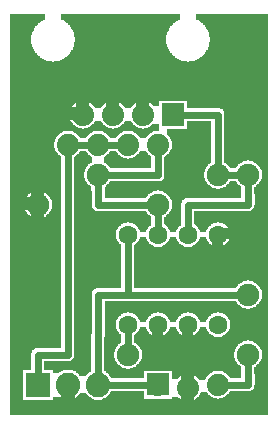
<source format=gbl>
G04 MADE WITH FRITZING*
G04 WWW.FRITZING.ORG*
G04 DOUBLE SIDED*
G04 HOLES PLATED*
G04 CONTOUR ON CENTER OF CONTOUR VECTOR*
%ASAXBY*%
%FSLAX23Y23*%
%MOIN*%
%OFA0B0*%
%SFA1.0B1.0*%
%ADD10C,0.075000*%
%ADD11C,0.074000*%
%ADD12C,0.063000*%
%ADD13C,0.082000*%
%ADD14R,0.082000X0.082000*%
%ADD15C,0.024000*%
%ADD16R,0.001000X0.001000*%
%LNCOPPER0*%
G90*
G70*
G54D10*
X652Y953D03*
X304Y609D03*
X320Y1316D03*
G54D11*
X233Y944D03*
X283Y1044D03*
X333Y944D03*
X433Y944D03*
X533Y944D03*
X383Y1044D03*
X483Y1044D03*
X583Y1044D03*
G54D12*
X433Y344D03*
X533Y344D03*
X633Y344D03*
X733Y344D03*
X733Y644D03*
X633Y644D03*
X533Y644D03*
X433Y644D03*
G54D13*
X133Y144D03*
X233Y144D03*
X333Y144D03*
G54D11*
X533Y144D03*
X633Y134D03*
X733Y144D03*
G54D10*
X133Y744D03*
X533Y744D03*
X333Y844D03*
X733Y844D03*
X833Y844D03*
X833Y444D03*
X433Y244D03*
X833Y244D03*
G54D14*
X133Y144D03*
G54D15*
X363Y944D02*
X402Y944D01*
D02*
X263Y944D02*
X302Y944D01*
D02*
X132Y244D02*
X233Y244D01*
D02*
X233Y244D02*
X233Y644D01*
D02*
X233Y644D02*
X233Y913D01*
D02*
X132Y176D02*
X132Y244D01*
D02*
X333Y444D02*
X333Y176D01*
D02*
X432Y444D02*
X333Y444D01*
D02*
X433Y617D02*
X432Y444D01*
D02*
X502Y144D02*
X365Y144D01*
D02*
X533Y671D02*
X533Y715D01*
D02*
X533Y843D02*
X533Y913D01*
D02*
X361Y844D02*
X533Y843D01*
D02*
X333Y744D02*
X333Y815D01*
D02*
X504Y744D02*
X333Y744D01*
D02*
X733Y1044D02*
X613Y1044D01*
D02*
X733Y872D02*
X733Y1044D01*
D02*
X804Y844D02*
X761Y844D01*
D02*
X632Y744D02*
X833Y744D01*
D02*
X833Y744D02*
X833Y815D01*
D02*
X632Y671D02*
X632Y744D01*
D02*
X333Y444D02*
X804Y444D01*
D02*
X333Y176D02*
X333Y444D01*
D02*
X433Y272D02*
X433Y317D01*
D02*
X833Y144D02*
X833Y215D01*
D02*
X764Y144D02*
X833Y144D01*
G36*
X630Y1022D02*
X630Y998D01*
X628Y998D01*
X628Y996D01*
X564Y996D01*
X564Y976D01*
X566Y976D01*
X566Y974D01*
X568Y974D01*
X568Y972D01*
X570Y972D01*
X570Y968D01*
X572Y968D01*
X572Y966D01*
X574Y966D01*
X574Y962D01*
X576Y962D01*
X576Y956D01*
X578Y956D01*
X578Y950D01*
X580Y950D01*
X580Y938D01*
X578Y938D01*
X578Y930D01*
X576Y930D01*
X576Y926D01*
X574Y926D01*
X574Y922D01*
X572Y922D01*
X572Y918D01*
X570Y918D01*
X570Y916D01*
X568Y916D01*
X568Y914D01*
X566Y914D01*
X566Y912D01*
X564Y912D01*
X564Y910D01*
X562Y910D01*
X562Y908D01*
X560Y908D01*
X560Y906D01*
X556Y906D01*
X556Y904D01*
X554Y904D01*
X554Y834D01*
X552Y834D01*
X552Y830D01*
X550Y830D01*
X550Y828D01*
X548Y828D01*
X548Y826D01*
X546Y826D01*
X546Y824D01*
X542Y824D01*
X542Y822D01*
X372Y822D01*
X372Y818D01*
X370Y818D01*
X370Y816D01*
X368Y816D01*
X368Y814D01*
X366Y814D01*
X366Y812D01*
X364Y812D01*
X364Y810D01*
X362Y810D01*
X362Y808D01*
X360Y808D01*
X360Y806D01*
X358Y806D01*
X358Y804D01*
X356Y804D01*
X356Y796D01*
X726Y796D01*
X726Y798D01*
X720Y798D01*
X720Y800D01*
X714Y800D01*
X714Y802D01*
X710Y802D01*
X710Y804D01*
X708Y804D01*
X708Y806D01*
X706Y806D01*
X706Y808D01*
X702Y808D01*
X702Y810D01*
X700Y810D01*
X700Y812D01*
X698Y812D01*
X698Y814D01*
X696Y814D01*
X696Y818D01*
X694Y818D01*
X694Y820D01*
X692Y820D01*
X692Y824D01*
X690Y824D01*
X690Y828D01*
X688Y828D01*
X688Y832D01*
X686Y832D01*
X686Y854D01*
X688Y854D01*
X688Y860D01*
X690Y860D01*
X690Y864D01*
X692Y864D01*
X692Y868D01*
X694Y868D01*
X694Y870D01*
X696Y870D01*
X696Y872D01*
X698Y872D01*
X698Y876D01*
X700Y876D01*
X700Y878D01*
X704Y878D01*
X704Y880D01*
X706Y880D01*
X706Y882D01*
X708Y882D01*
X708Y884D01*
X710Y884D01*
X710Y1022D01*
X630Y1022D01*
G37*
D02*
G36*
X772Y822D02*
X772Y818D01*
X770Y818D01*
X770Y816D01*
X768Y816D01*
X768Y814D01*
X766Y814D01*
X766Y812D01*
X764Y812D01*
X764Y810D01*
X762Y810D01*
X762Y808D01*
X760Y808D01*
X760Y806D01*
X758Y806D01*
X758Y804D01*
X754Y804D01*
X754Y802D01*
X750Y802D01*
X750Y800D01*
X746Y800D01*
X746Y798D01*
X740Y798D01*
X740Y796D01*
X810Y796D01*
X810Y804D01*
X808Y804D01*
X808Y806D01*
X806Y806D01*
X806Y808D01*
X802Y808D01*
X802Y810D01*
X800Y810D01*
X800Y812D01*
X798Y812D01*
X798Y814D01*
X796Y814D01*
X796Y818D01*
X794Y818D01*
X794Y820D01*
X792Y820D01*
X792Y822D01*
X772Y822D01*
G37*
D02*
G36*
X356Y796D02*
X356Y794D01*
X810Y794D01*
X810Y796D01*
X356Y796D01*
G37*
D02*
G36*
X356Y796D02*
X356Y794D01*
X810Y794D01*
X810Y796D01*
X356Y796D01*
G37*
D02*
G36*
X356Y794D02*
X356Y792D01*
X536Y792D01*
X536Y790D01*
X544Y790D01*
X544Y788D01*
X550Y788D01*
X550Y786D01*
X554Y786D01*
X554Y784D01*
X556Y784D01*
X556Y782D01*
X560Y782D01*
X560Y780D01*
X562Y780D01*
X562Y778D01*
X564Y778D01*
X564Y776D01*
X566Y776D01*
X566Y774D01*
X568Y774D01*
X568Y772D01*
X570Y772D01*
X570Y770D01*
X572Y770D01*
X572Y766D01*
X574Y766D01*
X574Y762D01*
X576Y762D01*
X576Y758D01*
X578Y758D01*
X578Y752D01*
X580Y752D01*
X580Y736D01*
X578Y736D01*
X578Y730D01*
X576Y730D01*
X576Y724D01*
X574Y724D01*
X574Y722D01*
X572Y722D01*
X572Y718D01*
X570Y718D01*
X570Y716D01*
X568Y716D01*
X568Y714D01*
X566Y714D01*
X566Y712D01*
X564Y712D01*
X564Y710D01*
X562Y710D01*
X562Y708D01*
X560Y708D01*
X560Y706D01*
X558Y706D01*
X558Y704D01*
X554Y704D01*
X554Y678D01*
X556Y678D01*
X556Y676D01*
X558Y676D01*
X558Y674D01*
X560Y674D01*
X560Y672D01*
X562Y672D01*
X562Y670D01*
X564Y670D01*
X564Y668D01*
X566Y668D01*
X566Y664D01*
X568Y664D01*
X568Y662D01*
X570Y662D01*
X570Y658D01*
X572Y658D01*
X572Y652D01*
X592Y652D01*
X592Y654D01*
X594Y654D01*
X594Y660D01*
X596Y660D01*
X596Y662D01*
X598Y662D01*
X598Y666D01*
X600Y666D01*
X600Y668D01*
X602Y668D01*
X602Y670D01*
X604Y670D01*
X604Y672D01*
X606Y672D01*
X606Y674D01*
X608Y674D01*
X608Y676D01*
X610Y676D01*
X610Y750D01*
X612Y750D01*
X612Y756D01*
X614Y756D01*
X614Y758D01*
X616Y758D01*
X616Y760D01*
X618Y760D01*
X618Y762D01*
X620Y762D01*
X620Y764D01*
X624Y764D01*
X624Y766D01*
X810Y766D01*
X810Y794D01*
X356Y794D01*
G37*
D02*
G36*
X356Y792D02*
X356Y766D01*
X492Y766D01*
X492Y768D01*
X494Y768D01*
X494Y770D01*
X496Y770D01*
X496Y772D01*
X498Y772D01*
X498Y776D01*
X500Y776D01*
X500Y778D01*
X504Y778D01*
X504Y780D01*
X506Y780D01*
X506Y782D01*
X508Y782D01*
X508Y784D01*
X512Y784D01*
X512Y786D01*
X516Y786D01*
X516Y788D01*
X520Y788D01*
X520Y790D01*
X528Y790D01*
X528Y792D01*
X356Y792D01*
G37*
D02*
G36*
X272Y922D02*
X272Y918D01*
X270Y918D01*
X270Y916D01*
X268Y916D01*
X268Y914D01*
X266Y914D01*
X266Y912D01*
X264Y912D01*
X264Y910D01*
X262Y910D01*
X262Y908D01*
X260Y908D01*
X260Y906D01*
X256Y906D01*
X256Y904D01*
X254Y904D01*
X254Y686D01*
X436Y686D01*
X436Y684D01*
X444Y684D01*
X444Y682D01*
X448Y682D01*
X448Y680D01*
X452Y680D01*
X452Y678D01*
X456Y678D01*
X456Y676D01*
X458Y676D01*
X458Y674D01*
X460Y674D01*
X460Y672D01*
X462Y672D01*
X462Y670D01*
X464Y670D01*
X464Y668D01*
X466Y668D01*
X466Y664D01*
X468Y664D01*
X468Y662D01*
X470Y662D01*
X470Y658D01*
X472Y658D01*
X472Y652D01*
X492Y652D01*
X492Y654D01*
X494Y654D01*
X494Y660D01*
X496Y660D01*
X496Y662D01*
X498Y662D01*
X498Y666D01*
X500Y666D01*
X500Y668D01*
X502Y668D01*
X502Y670D01*
X504Y670D01*
X504Y672D01*
X506Y672D01*
X506Y674D01*
X508Y674D01*
X508Y676D01*
X510Y676D01*
X510Y704D01*
X508Y704D01*
X508Y706D01*
X506Y706D01*
X506Y708D01*
X502Y708D01*
X502Y710D01*
X500Y710D01*
X500Y712D01*
X498Y712D01*
X498Y714D01*
X496Y714D01*
X496Y718D01*
X494Y718D01*
X494Y720D01*
X492Y720D01*
X492Y722D01*
X328Y722D01*
X328Y724D01*
X324Y724D01*
X324Y726D01*
X320Y726D01*
X320Y728D01*
X318Y728D01*
X318Y730D01*
X316Y730D01*
X316Y732D01*
X314Y732D01*
X314Y736D01*
X312Y736D01*
X312Y788D01*
X310Y788D01*
X310Y804D01*
X308Y804D01*
X308Y806D01*
X306Y806D01*
X306Y808D01*
X302Y808D01*
X302Y810D01*
X300Y810D01*
X300Y812D01*
X298Y812D01*
X298Y814D01*
X296Y814D01*
X296Y818D01*
X294Y818D01*
X294Y820D01*
X292Y820D01*
X292Y824D01*
X290Y824D01*
X290Y828D01*
X288Y828D01*
X288Y832D01*
X286Y832D01*
X286Y854D01*
X288Y854D01*
X288Y860D01*
X290Y860D01*
X290Y864D01*
X292Y864D01*
X292Y868D01*
X294Y868D01*
X294Y870D01*
X296Y870D01*
X296Y872D01*
X298Y872D01*
X298Y876D01*
X300Y876D01*
X300Y878D01*
X304Y878D01*
X304Y880D01*
X306Y880D01*
X306Y882D01*
X308Y882D01*
X308Y884D01*
X312Y884D01*
X312Y904D01*
X308Y904D01*
X308Y906D01*
X306Y906D01*
X306Y908D01*
X304Y908D01*
X304Y910D01*
X300Y910D01*
X300Y914D01*
X298Y914D01*
X298Y916D01*
X296Y916D01*
X296Y918D01*
X294Y918D01*
X294Y920D01*
X292Y920D01*
X292Y922D01*
X272Y922D01*
G37*
D02*
G36*
X254Y686D02*
X254Y236D01*
X252Y236D01*
X252Y232D01*
X250Y232D01*
X250Y230D01*
X248Y230D01*
X248Y228D01*
X246Y228D01*
X246Y226D01*
X242Y226D01*
X242Y224D01*
X238Y224D01*
X238Y222D01*
X154Y222D01*
X154Y194D01*
X244Y194D01*
X244Y192D01*
X250Y192D01*
X250Y190D01*
X254Y190D01*
X254Y188D01*
X258Y188D01*
X258Y186D01*
X260Y186D01*
X260Y184D01*
X262Y184D01*
X262Y182D01*
X266Y182D01*
X266Y180D01*
X268Y180D01*
X268Y178D01*
X270Y178D01*
X270Y174D01*
X272Y174D01*
X272Y172D01*
X292Y172D01*
X292Y174D01*
X294Y174D01*
X294Y176D01*
X296Y176D01*
X296Y178D01*
X298Y178D01*
X298Y180D01*
X300Y180D01*
X300Y182D01*
X302Y182D01*
X302Y184D01*
X304Y184D01*
X304Y186D01*
X308Y186D01*
X308Y188D01*
X310Y188D01*
X310Y314D01*
X312Y314D01*
X312Y452D01*
X314Y452D01*
X314Y456D01*
X316Y456D01*
X316Y458D01*
X318Y458D01*
X318Y460D01*
X320Y460D01*
X320Y462D01*
X322Y462D01*
X322Y464D01*
X326Y464D01*
X326Y466D01*
X410Y466D01*
X410Y612D01*
X406Y612D01*
X406Y614D01*
X404Y614D01*
X404Y616D01*
X402Y616D01*
X402Y620D01*
X400Y620D01*
X400Y622D01*
X398Y622D01*
X398Y624D01*
X396Y624D01*
X396Y628D01*
X394Y628D01*
X394Y634D01*
X392Y634D01*
X392Y654D01*
X394Y654D01*
X394Y660D01*
X396Y660D01*
X396Y662D01*
X398Y662D01*
X398Y666D01*
X400Y666D01*
X400Y668D01*
X402Y668D01*
X402Y670D01*
X404Y670D01*
X404Y672D01*
X406Y672D01*
X406Y674D01*
X408Y674D01*
X408Y676D01*
X410Y676D01*
X410Y678D01*
X412Y678D01*
X412Y680D01*
X416Y680D01*
X416Y682D01*
X422Y682D01*
X422Y684D01*
X428Y684D01*
X428Y686D01*
X254Y686D01*
G37*
D02*
G36*
X184Y194D02*
X184Y184D01*
X204Y184D01*
X204Y186D01*
X208Y186D01*
X208Y188D01*
X212Y188D01*
X212Y190D01*
X216Y190D01*
X216Y192D01*
X220Y192D01*
X220Y194D01*
X184Y194D01*
G37*
D02*
G36*
X372Y922D02*
X372Y918D01*
X370Y918D01*
X370Y916D01*
X368Y916D01*
X368Y914D01*
X366Y914D01*
X366Y912D01*
X364Y912D01*
X364Y910D01*
X362Y910D01*
X362Y908D01*
X360Y908D01*
X360Y906D01*
X356Y906D01*
X356Y904D01*
X354Y904D01*
X354Y896D01*
X430Y896D01*
X430Y898D01*
X420Y898D01*
X420Y900D01*
X416Y900D01*
X416Y902D01*
X412Y902D01*
X412Y904D01*
X408Y904D01*
X408Y906D01*
X406Y906D01*
X406Y908D01*
X404Y908D01*
X404Y910D01*
X400Y910D01*
X400Y914D01*
X398Y914D01*
X398Y916D01*
X396Y916D01*
X396Y918D01*
X394Y918D01*
X394Y920D01*
X392Y920D01*
X392Y922D01*
X372Y922D01*
G37*
D02*
G36*
X472Y922D02*
X472Y918D01*
X470Y918D01*
X470Y916D01*
X468Y916D01*
X468Y914D01*
X466Y914D01*
X466Y912D01*
X464Y912D01*
X464Y910D01*
X462Y910D01*
X462Y908D01*
X460Y908D01*
X460Y906D01*
X456Y906D01*
X456Y904D01*
X454Y904D01*
X454Y902D01*
X450Y902D01*
X450Y900D01*
X444Y900D01*
X444Y898D01*
X436Y898D01*
X436Y896D01*
X510Y896D01*
X510Y904D01*
X508Y904D01*
X508Y906D01*
X506Y906D01*
X506Y908D01*
X504Y908D01*
X504Y910D01*
X500Y910D01*
X500Y914D01*
X498Y914D01*
X498Y916D01*
X496Y916D01*
X496Y918D01*
X494Y918D01*
X494Y920D01*
X492Y920D01*
X492Y922D01*
X472Y922D01*
G37*
D02*
G36*
X354Y896D02*
X354Y894D01*
X510Y894D01*
X510Y896D01*
X354Y896D01*
G37*
D02*
G36*
X354Y896D02*
X354Y894D01*
X510Y894D01*
X510Y896D01*
X354Y896D01*
G37*
D02*
G36*
X354Y894D02*
X354Y884D01*
X356Y884D01*
X356Y882D01*
X360Y882D01*
X360Y880D01*
X362Y880D01*
X362Y878D01*
X364Y878D01*
X364Y876D01*
X366Y876D01*
X366Y874D01*
X368Y874D01*
X368Y872D01*
X370Y872D01*
X370Y870D01*
X372Y870D01*
X372Y866D01*
X510Y866D01*
X510Y894D01*
X354Y894D01*
G37*
D02*
G36*
X40Y1380D02*
X40Y1220D01*
X178Y1220D01*
X178Y1222D01*
X166Y1222D01*
X166Y1224D01*
X160Y1224D01*
X160Y1226D01*
X154Y1226D01*
X154Y1228D01*
X150Y1228D01*
X150Y1230D01*
X146Y1230D01*
X146Y1232D01*
X144Y1232D01*
X144Y1234D01*
X140Y1234D01*
X140Y1236D01*
X138Y1236D01*
X138Y1238D01*
X136Y1238D01*
X136Y1240D01*
X134Y1240D01*
X134Y1242D01*
X132Y1242D01*
X132Y1244D01*
X130Y1244D01*
X130Y1246D01*
X128Y1246D01*
X128Y1248D01*
X126Y1248D01*
X126Y1250D01*
X124Y1250D01*
X124Y1252D01*
X122Y1252D01*
X122Y1256D01*
X120Y1256D01*
X120Y1260D01*
X118Y1260D01*
X118Y1262D01*
X116Y1262D01*
X116Y1268D01*
X114Y1268D01*
X114Y1272D01*
X112Y1272D01*
X112Y1280D01*
X110Y1280D01*
X110Y1308D01*
X112Y1308D01*
X112Y1314D01*
X114Y1314D01*
X114Y1320D01*
X116Y1320D01*
X116Y1324D01*
X118Y1324D01*
X118Y1328D01*
X120Y1328D01*
X120Y1332D01*
X122Y1332D01*
X122Y1334D01*
X124Y1334D01*
X124Y1338D01*
X126Y1338D01*
X126Y1340D01*
X128Y1340D01*
X128Y1342D01*
X130Y1342D01*
X130Y1344D01*
X132Y1344D01*
X132Y1346D01*
X134Y1346D01*
X134Y1348D01*
X136Y1348D01*
X136Y1350D01*
X138Y1350D01*
X138Y1352D01*
X142Y1352D01*
X142Y1354D01*
X144Y1354D01*
X144Y1356D01*
X148Y1356D01*
X148Y1358D01*
X152Y1358D01*
X152Y1360D01*
X156Y1360D01*
X156Y1380D01*
X40Y1380D01*
G37*
D02*
G36*
X210Y1380D02*
X210Y1360D01*
X214Y1360D01*
X214Y1358D01*
X218Y1358D01*
X218Y1356D01*
X222Y1356D01*
X222Y1354D01*
X224Y1354D01*
X224Y1352D01*
X226Y1352D01*
X226Y1350D01*
X230Y1350D01*
X230Y1348D01*
X232Y1348D01*
X232Y1346D01*
X234Y1346D01*
X234Y1344D01*
X236Y1344D01*
X236Y1342D01*
X238Y1342D01*
X238Y1338D01*
X240Y1338D01*
X240Y1336D01*
X242Y1336D01*
X242Y1334D01*
X244Y1334D01*
X244Y1330D01*
X246Y1330D01*
X246Y1326D01*
X248Y1326D01*
X248Y1322D01*
X250Y1322D01*
X250Y1318D01*
X252Y1318D01*
X252Y1312D01*
X254Y1312D01*
X254Y1302D01*
X256Y1302D01*
X256Y1286D01*
X254Y1286D01*
X254Y1276D01*
X252Y1276D01*
X252Y1270D01*
X250Y1270D01*
X250Y1264D01*
X248Y1264D01*
X248Y1260D01*
X246Y1260D01*
X246Y1258D01*
X244Y1258D01*
X244Y1254D01*
X242Y1254D01*
X242Y1252D01*
X240Y1252D01*
X240Y1248D01*
X238Y1248D01*
X238Y1246D01*
X236Y1246D01*
X236Y1244D01*
X234Y1244D01*
X234Y1242D01*
X232Y1242D01*
X232Y1240D01*
X230Y1240D01*
X230Y1238D01*
X228Y1238D01*
X228Y1236D01*
X224Y1236D01*
X224Y1234D01*
X222Y1234D01*
X222Y1232D01*
X218Y1232D01*
X218Y1230D01*
X216Y1230D01*
X216Y1228D01*
X212Y1228D01*
X212Y1226D01*
X206Y1226D01*
X206Y1224D01*
X200Y1224D01*
X200Y1222D01*
X186Y1222D01*
X186Y1220D01*
X628Y1220D01*
X628Y1222D01*
X616Y1222D01*
X616Y1224D01*
X610Y1224D01*
X610Y1226D01*
X604Y1226D01*
X604Y1228D01*
X600Y1228D01*
X600Y1230D01*
X596Y1230D01*
X596Y1232D01*
X594Y1232D01*
X594Y1234D01*
X590Y1234D01*
X590Y1236D01*
X588Y1236D01*
X588Y1238D01*
X586Y1238D01*
X586Y1240D01*
X584Y1240D01*
X584Y1242D01*
X582Y1242D01*
X582Y1244D01*
X580Y1244D01*
X580Y1246D01*
X578Y1246D01*
X578Y1248D01*
X576Y1248D01*
X576Y1250D01*
X574Y1250D01*
X574Y1252D01*
X572Y1252D01*
X572Y1256D01*
X570Y1256D01*
X570Y1260D01*
X568Y1260D01*
X568Y1262D01*
X566Y1262D01*
X566Y1268D01*
X564Y1268D01*
X564Y1272D01*
X562Y1272D01*
X562Y1280D01*
X560Y1280D01*
X560Y1308D01*
X562Y1308D01*
X562Y1314D01*
X564Y1314D01*
X564Y1320D01*
X566Y1320D01*
X566Y1324D01*
X568Y1324D01*
X568Y1328D01*
X570Y1328D01*
X570Y1332D01*
X572Y1332D01*
X572Y1334D01*
X574Y1334D01*
X574Y1338D01*
X576Y1338D01*
X576Y1340D01*
X578Y1340D01*
X578Y1342D01*
X580Y1342D01*
X580Y1344D01*
X582Y1344D01*
X582Y1346D01*
X584Y1346D01*
X584Y1348D01*
X586Y1348D01*
X586Y1350D01*
X588Y1350D01*
X588Y1352D01*
X592Y1352D01*
X592Y1354D01*
X594Y1354D01*
X594Y1356D01*
X598Y1356D01*
X598Y1358D01*
X602Y1358D01*
X602Y1360D01*
X606Y1360D01*
X606Y1380D01*
X210Y1380D01*
G37*
D02*
G36*
X660Y1380D02*
X660Y1360D01*
X664Y1360D01*
X664Y1358D01*
X668Y1358D01*
X668Y1356D01*
X672Y1356D01*
X672Y1354D01*
X674Y1354D01*
X674Y1352D01*
X676Y1352D01*
X676Y1350D01*
X680Y1350D01*
X680Y1348D01*
X682Y1348D01*
X682Y1346D01*
X684Y1346D01*
X684Y1344D01*
X686Y1344D01*
X686Y1342D01*
X688Y1342D01*
X688Y1338D01*
X690Y1338D01*
X690Y1336D01*
X692Y1336D01*
X692Y1334D01*
X694Y1334D01*
X694Y1330D01*
X696Y1330D01*
X696Y1326D01*
X698Y1326D01*
X698Y1322D01*
X700Y1322D01*
X700Y1318D01*
X702Y1318D01*
X702Y1312D01*
X704Y1312D01*
X704Y1302D01*
X706Y1302D01*
X706Y1286D01*
X704Y1286D01*
X704Y1276D01*
X702Y1276D01*
X702Y1270D01*
X700Y1270D01*
X700Y1264D01*
X698Y1264D01*
X698Y1260D01*
X696Y1260D01*
X696Y1258D01*
X694Y1258D01*
X694Y1254D01*
X692Y1254D01*
X692Y1252D01*
X690Y1252D01*
X690Y1248D01*
X688Y1248D01*
X688Y1246D01*
X686Y1246D01*
X686Y1244D01*
X684Y1244D01*
X684Y1242D01*
X682Y1242D01*
X682Y1240D01*
X680Y1240D01*
X680Y1238D01*
X678Y1238D01*
X678Y1236D01*
X674Y1236D01*
X674Y1234D01*
X672Y1234D01*
X672Y1232D01*
X668Y1232D01*
X668Y1230D01*
X666Y1230D01*
X666Y1228D01*
X662Y1228D01*
X662Y1226D01*
X656Y1226D01*
X656Y1224D01*
X650Y1224D01*
X650Y1222D01*
X636Y1222D01*
X636Y1220D01*
X900Y1220D01*
X900Y1380D01*
X660Y1380D01*
G37*
D02*
G36*
X40Y1220D02*
X40Y1218D01*
X900Y1218D01*
X900Y1220D01*
X40Y1220D01*
G37*
D02*
G36*
X40Y1220D02*
X40Y1218D01*
X900Y1218D01*
X900Y1220D01*
X40Y1220D01*
G37*
D02*
G36*
X40Y1220D02*
X40Y1218D01*
X900Y1218D01*
X900Y1220D01*
X40Y1220D01*
G37*
D02*
G36*
X40Y1218D02*
X40Y1090D01*
X630Y1090D01*
X630Y1066D01*
X740Y1066D01*
X740Y1064D01*
X744Y1064D01*
X744Y1062D01*
X748Y1062D01*
X748Y1060D01*
X750Y1060D01*
X750Y1056D01*
X752Y1056D01*
X752Y1052D01*
X754Y1052D01*
X754Y892D01*
X836Y892D01*
X836Y890D01*
X844Y890D01*
X844Y888D01*
X850Y888D01*
X850Y886D01*
X854Y886D01*
X854Y884D01*
X856Y884D01*
X856Y882D01*
X860Y882D01*
X860Y880D01*
X862Y880D01*
X862Y878D01*
X864Y878D01*
X864Y876D01*
X866Y876D01*
X866Y874D01*
X868Y874D01*
X868Y872D01*
X870Y872D01*
X870Y870D01*
X872Y870D01*
X872Y866D01*
X874Y866D01*
X874Y862D01*
X876Y862D01*
X876Y858D01*
X878Y858D01*
X878Y852D01*
X880Y852D01*
X880Y836D01*
X878Y836D01*
X878Y830D01*
X876Y830D01*
X876Y824D01*
X874Y824D01*
X874Y822D01*
X872Y822D01*
X872Y818D01*
X870Y818D01*
X870Y816D01*
X868Y816D01*
X868Y814D01*
X866Y814D01*
X866Y812D01*
X864Y812D01*
X864Y810D01*
X862Y810D01*
X862Y808D01*
X860Y808D01*
X860Y806D01*
X858Y806D01*
X858Y804D01*
X854Y804D01*
X854Y780D01*
X856Y780D01*
X856Y742D01*
X854Y742D01*
X854Y734D01*
X852Y734D01*
X852Y732D01*
X850Y732D01*
X850Y730D01*
X848Y730D01*
X848Y728D01*
X846Y728D01*
X846Y726D01*
X844Y726D01*
X844Y724D01*
X838Y724D01*
X838Y722D01*
X654Y722D01*
X654Y686D01*
X736Y686D01*
X736Y684D01*
X744Y684D01*
X744Y682D01*
X748Y682D01*
X748Y680D01*
X752Y680D01*
X752Y678D01*
X756Y678D01*
X756Y676D01*
X758Y676D01*
X758Y674D01*
X760Y674D01*
X760Y672D01*
X762Y672D01*
X762Y670D01*
X764Y670D01*
X764Y668D01*
X766Y668D01*
X766Y664D01*
X768Y664D01*
X768Y662D01*
X770Y662D01*
X770Y658D01*
X772Y658D01*
X772Y652D01*
X774Y652D01*
X774Y636D01*
X772Y636D01*
X772Y630D01*
X770Y630D01*
X770Y626D01*
X768Y626D01*
X768Y622D01*
X766Y622D01*
X766Y620D01*
X764Y620D01*
X764Y618D01*
X762Y618D01*
X762Y616D01*
X760Y616D01*
X760Y614D01*
X758Y614D01*
X758Y612D01*
X756Y612D01*
X756Y610D01*
X754Y610D01*
X754Y608D01*
X750Y608D01*
X750Y606D01*
X746Y606D01*
X746Y604D01*
X740Y604D01*
X740Y602D01*
X900Y602D01*
X900Y1218D01*
X40Y1218D01*
G37*
D02*
G36*
X40Y1090D02*
X40Y996D01*
X280Y996D01*
X280Y998D01*
X270Y998D01*
X270Y1000D01*
X266Y1000D01*
X266Y1002D01*
X262Y1002D01*
X262Y1004D01*
X258Y1004D01*
X258Y1006D01*
X256Y1006D01*
X256Y1008D01*
X254Y1008D01*
X254Y1010D01*
X250Y1010D01*
X250Y1014D01*
X248Y1014D01*
X248Y1016D01*
X246Y1016D01*
X246Y1018D01*
X244Y1018D01*
X244Y1020D01*
X242Y1020D01*
X242Y1024D01*
X240Y1024D01*
X240Y1028D01*
X238Y1028D01*
X238Y1034D01*
X236Y1034D01*
X236Y1054D01*
X238Y1054D01*
X238Y1060D01*
X240Y1060D01*
X240Y1064D01*
X242Y1064D01*
X242Y1066D01*
X244Y1066D01*
X244Y1070D01*
X246Y1070D01*
X246Y1072D01*
X248Y1072D01*
X248Y1074D01*
X250Y1074D01*
X250Y1076D01*
X252Y1076D01*
X252Y1078D01*
X254Y1078D01*
X254Y1080D01*
X256Y1080D01*
X256Y1082D01*
X260Y1082D01*
X260Y1084D01*
X262Y1084D01*
X262Y1086D01*
X266Y1086D01*
X266Y1088D01*
X272Y1088D01*
X272Y1090D01*
X40Y1090D01*
G37*
D02*
G36*
X294Y1090D02*
X294Y1088D01*
X300Y1088D01*
X300Y1086D01*
X302Y1086D01*
X302Y1084D01*
X306Y1084D01*
X306Y1082D01*
X310Y1082D01*
X310Y1080D01*
X312Y1080D01*
X312Y1078D01*
X314Y1078D01*
X314Y1076D01*
X316Y1076D01*
X316Y1074D01*
X318Y1074D01*
X318Y1072D01*
X320Y1072D01*
X320Y1068D01*
X322Y1068D01*
X322Y1066D01*
X344Y1066D01*
X344Y1070D01*
X346Y1070D01*
X346Y1072D01*
X348Y1072D01*
X348Y1074D01*
X350Y1074D01*
X350Y1076D01*
X352Y1076D01*
X352Y1078D01*
X354Y1078D01*
X354Y1080D01*
X356Y1080D01*
X356Y1082D01*
X360Y1082D01*
X360Y1084D01*
X362Y1084D01*
X362Y1086D01*
X366Y1086D01*
X366Y1088D01*
X372Y1088D01*
X372Y1090D01*
X294Y1090D01*
G37*
D02*
G36*
X394Y1090D02*
X394Y1088D01*
X400Y1088D01*
X400Y1086D01*
X402Y1086D01*
X402Y1084D01*
X406Y1084D01*
X406Y1082D01*
X410Y1082D01*
X410Y1080D01*
X412Y1080D01*
X412Y1078D01*
X414Y1078D01*
X414Y1076D01*
X416Y1076D01*
X416Y1074D01*
X418Y1074D01*
X418Y1072D01*
X420Y1072D01*
X420Y1068D01*
X422Y1068D01*
X422Y1066D01*
X444Y1066D01*
X444Y1070D01*
X446Y1070D01*
X446Y1072D01*
X448Y1072D01*
X448Y1074D01*
X450Y1074D01*
X450Y1076D01*
X452Y1076D01*
X452Y1078D01*
X454Y1078D01*
X454Y1080D01*
X456Y1080D01*
X456Y1082D01*
X460Y1082D01*
X460Y1084D01*
X462Y1084D01*
X462Y1086D01*
X466Y1086D01*
X466Y1088D01*
X472Y1088D01*
X472Y1090D01*
X394Y1090D01*
G37*
D02*
G36*
X494Y1090D02*
X494Y1088D01*
X500Y1088D01*
X500Y1086D01*
X502Y1086D01*
X502Y1084D01*
X506Y1084D01*
X506Y1082D01*
X510Y1082D01*
X510Y1080D01*
X512Y1080D01*
X512Y1078D01*
X514Y1078D01*
X514Y1076D01*
X516Y1076D01*
X516Y1074D01*
X536Y1074D01*
X536Y1090D01*
X494Y1090D01*
G37*
D02*
G36*
X322Y1022D02*
X322Y1018D01*
X320Y1018D01*
X320Y1016D01*
X318Y1016D01*
X318Y1014D01*
X316Y1014D01*
X316Y1012D01*
X314Y1012D01*
X314Y1010D01*
X312Y1010D01*
X312Y1008D01*
X310Y1008D01*
X310Y1006D01*
X306Y1006D01*
X306Y1004D01*
X304Y1004D01*
X304Y1002D01*
X300Y1002D01*
X300Y1000D01*
X294Y1000D01*
X294Y998D01*
X286Y998D01*
X286Y996D01*
X380Y996D01*
X380Y998D01*
X370Y998D01*
X370Y1000D01*
X366Y1000D01*
X366Y1002D01*
X362Y1002D01*
X362Y1004D01*
X358Y1004D01*
X358Y1006D01*
X356Y1006D01*
X356Y1008D01*
X354Y1008D01*
X354Y1010D01*
X350Y1010D01*
X350Y1014D01*
X348Y1014D01*
X348Y1016D01*
X346Y1016D01*
X346Y1018D01*
X344Y1018D01*
X344Y1020D01*
X342Y1020D01*
X342Y1022D01*
X322Y1022D01*
G37*
D02*
G36*
X422Y1022D02*
X422Y1018D01*
X420Y1018D01*
X420Y1016D01*
X418Y1016D01*
X418Y1014D01*
X416Y1014D01*
X416Y1012D01*
X414Y1012D01*
X414Y1010D01*
X412Y1010D01*
X412Y1008D01*
X410Y1008D01*
X410Y1006D01*
X406Y1006D01*
X406Y1004D01*
X404Y1004D01*
X404Y1002D01*
X400Y1002D01*
X400Y1000D01*
X394Y1000D01*
X394Y998D01*
X386Y998D01*
X386Y996D01*
X480Y996D01*
X480Y998D01*
X470Y998D01*
X470Y1000D01*
X466Y1000D01*
X466Y1002D01*
X462Y1002D01*
X462Y1004D01*
X458Y1004D01*
X458Y1006D01*
X456Y1006D01*
X456Y1008D01*
X454Y1008D01*
X454Y1010D01*
X450Y1010D01*
X450Y1014D01*
X448Y1014D01*
X448Y1016D01*
X446Y1016D01*
X446Y1018D01*
X444Y1018D01*
X444Y1020D01*
X442Y1020D01*
X442Y1022D01*
X422Y1022D01*
G37*
D02*
G36*
X516Y1014D02*
X516Y1012D01*
X514Y1012D01*
X514Y1010D01*
X512Y1010D01*
X512Y1008D01*
X510Y1008D01*
X510Y1006D01*
X506Y1006D01*
X506Y1004D01*
X504Y1004D01*
X504Y1002D01*
X500Y1002D01*
X500Y1000D01*
X494Y1000D01*
X494Y998D01*
X486Y998D01*
X486Y996D01*
X536Y996D01*
X536Y1014D01*
X516Y1014D01*
G37*
D02*
G36*
X40Y996D02*
X40Y994D01*
X536Y994D01*
X536Y996D01*
X40Y996D01*
G37*
D02*
G36*
X40Y996D02*
X40Y994D01*
X536Y994D01*
X536Y996D01*
X40Y996D01*
G37*
D02*
G36*
X40Y996D02*
X40Y994D01*
X536Y994D01*
X536Y996D01*
X40Y996D01*
G37*
D02*
G36*
X40Y996D02*
X40Y994D01*
X536Y994D01*
X536Y996D01*
X40Y996D01*
G37*
D02*
G36*
X40Y994D02*
X40Y990D01*
X444Y990D01*
X444Y988D01*
X450Y988D01*
X450Y986D01*
X452Y986D01*
X452Y984D01*
X456Y984D01*
X456Y982D01*
X460Y982D01*
X460Y980D01*
X462Y980D01*
X462Y978D01*
X464Y978D01*
X464Y976D01*
X466Y976D01*
X466Y974D01*
X468Y974D01*
X468Y972D01*
X470Y972D01*
X470Y968D01*
X472Y968D01*
X472Y966D01*
X494Y966D01*
X494Y970D01*
X496Y970D01*
X496Y972D01*
X498Y972D01*
X498Y974D01*
X500Y974D01*
X500Y976D01*
X502Y976D01*
X502Y978D01*
X504Y978D01*
X504Y980D01*
X506Y980D01*
X506Y982D01*
X510Y982D01*
X510Y984D01*
X512Y984D01*
X512Y986D01*
X516Y986D01*
X516Y988D01*
X522Y988D01*
X522Y990D01*
X536Y990D01*
X536Y994D01*
X40Y994D01*
G37*
D02*
G36*
X40Y990D02*
X40Y792D01*
X136Y792D01*
X136Y790D01*
X144Y790D01*
X144Y788D01*
X150Y788D01*
X150Y786D01*
X154Y786D01*
X154Y784D01*
X156Y784D01*
X156Y782D01*
X160Y782D01*
X160Y780D01*
X162Y780D01*
X162Y778D01*
X164Y778D01*
X164Y776D01*
X166Y776D01*
X166Y774D01*
X168Y774D01*
X168Y772D01*
X170Y772D01*
X170Y770D01*
X172Y770D01*
X172Y766D01*
X174Y766D01*
X174Y762D01*
X176Y762D01*
X176Y758D01*
X178Y758D01*
X178Y752D01*
X180Y752D01*
X180Y736D01*
X178Y736D01*
X178Y730D01*
X176Y730D01*
X176Y724D01*
X174Y724D01*
X174Y722D01*
X172Y722D01*
X172Y718D01*
X170Y718D01*
X170Y716D01*
X168Y716D01*
X168Y714D01*
X166Y714D01*
X166Y712D01*
X164Y712D01*
X164Y710D01*
X162Y710D01*
X162Y708D01*
X160Y708D01*
X160Y706D01*
X158Y706D01*
X158Y704D01*
X154Y704D01*
X154Y702D01*
X150Y702D01*
X150Y700D01*
X146Y700D01*
X146Y698D01*
X140Y698D01*
X140Y696D01*
X210Y696D01*
X210Y904D01*
X208Y904D01*
X208Y906D01*
X206Y906D01*
X206Y908D01*
X204Y908D01*
X204Y910D01*
X200Y910D01*
X200Y914D01*
X198Y914D01*
X198Y916D01*
X196Y916D01*
X196Y918D01*
X194Y918D01*
X194Y920D01*
X192Y920D01*
X192Y924D01*
X190Y924D01*
X190Y928D01*
X188Y928D01*
X188Y934D01*
X186Y934D01*
X186Y954D01*
X188Y954D01*
X188Y960D01*
X190Y960D01*
X190Y964D01*
X192Y964D01*
X192Y966D01*
X194Y966D01*
X194Y970D01*
X196Y970D01*
X196Y972D01*
X198Y972D01*
X198Y974D01*
X200Y974D01*
X200Y976D01*
X202Y976D01*
X202Y978D01*
X204Y978D01*
X204Y980D01*
X206Y980D01*
X206Y982D01*
X210Y982D01*
X210Y984D01*
X212Y984D01*
X212Y986D01*
X216Y986D01*
X216Y988D01*
X222Y988D01*
X222Y990D01*
X40Y990D01*
G37*
D02*
G36*
X244Y990D02*
X244Y988D01*
X250Y988D01*
X250Y986D01*
X252Y986D01*
X252Y984D01*
X256Y984D01*
X256Y982D01*
X260Y982D01*
X260Y980D01*
X262Y980D01*
X262Y978D01*
X264Y978D01*
X264Y976D01*
X266Y976D01*
X266Y974D01*
X268Y974D01*
X268Y972D01*
X270Y972D01*
X270Y968D01*
X272Y968D01*
X272Y966D01*
X294Y966D01*
X294Y970D01*
X296Y970D01*
X296Y972D01*
X298Y972D01*
X298Y974D01*
X300Y974D01*
X300Y976D01*
X302Y976D01*
X302Y978D01*
X304Y978D01*
X304Y980D01*
X306Y980D01*
X306Y982D01*
X310Y982D01*
X310Y984D01*
X312Y984D01*
X312Y986D01*
X316Y986D01*
X316Y988D01*
X322Y988D01*
X322Y990D01*
X244Y990D01*
G37*
D02*
G36*
X344Y990D02*
X344Y988D01*
X350Y988D01*
X350Y986D01*
X352Y986D01*
X352Y984D01*
X356Y984D01*
X356Y982D01*
X360Y982D01*
X360Y980D01*
X362Y980D01*
X362Y978D01*
X364Y978D01*
X364Y976D01*
X366Y976D01*
X366Y974D01*
X368Y974D01*
X368Y972D01*
X370Y972D01*
X370Y968D01*
X372Y968D01*
X372Y966D01*
X394Y966D01*
X394Y970D01*
X396Y970D01*
X396Y972D01*
X398Y972D01*
X398Y974D01*
X400Y974D01*
X400Y976D01*
X402Y976D01*
X402Y978D01*
X404Y978D01*
X404Y980D01*
X406Y980D01*
X406Y982D01*
X410Y982D01*
X410Y984D01*
X412Y984D01*
X412Y986D01*
X416Y986D01*
X416Y988D01*
X422Y988D01*
X422Y990D01*
X344Y990D01*
G37*
D02*
G36*
X754Y892D02*
X754Y884D01*
X756Y884D01*
X756Y882D01*
X760Y882D01*
X760Y880D01*
X762Y880D01*
X762Y878D01*
X764Y878D01*
X764Y876D01*
X766Y876D01*
X766Y874D01*
X768Y874D01*
X768Y872D01*
X770Y872D01*
X770Y870D01*
X772Y870D01*
X772Y866D01*
X792Y866D01*
X792Y868D01*
X794Y868D01*
X794Y870D01*
X796Y870D01*
X796Y872D01*
X798Y872D01*
X798Y876D01*
X800Y876D01*
X800Y878D01*
X804Y878D01*
X804Y880D01*
X806Y880D01*
X806Y882D01*
X808Y882D01*
X808Y884D01*
X812Y884D01*
X812Y886D01*
X816Y886D01*
X816Y888D01*
X820Y888D01*
X820Y890D01*
X828Y890D01*
X828Y892D01*
X754Y892D01*
G37*
D02*
G36*
X40Y792D02*
X40Y696D01*
X126Y696D01*
X126Y698D01*
X120Y698D01*
X120Y700D01*
X114Y700D01*
X114Y702D01*
X110Y702D01*
X110Y704D01*
X108Y704D01*
X108Y706D01*
X106Y706D01*
X106Y708D01*
X102Y708D01*
X102Y710D01*
X100Y710D01*
X100Y712D01*
X98Y712D01*
X98Y714D01*
X96Y714D01*
X96Y718D01*
X94Y718D01*
X94Y720D01*
X92Y720D01*
X92Y724D01*
X90Y724D01*
X90Y728D01*
X88Y728D01*
X88Y732D01*
X86Y732D01*
X86Y754D01*
X88Y754D01*
X88Y760D01*
X90Y760D01*
X90Y764D01*
X92Y764D01*
X92Y768D01*
X94Y768D01*
X94Y770D01*
X96Y770D01*
X96Y772D01*
X98Y772D01*
X98Y776D01*
X100Y776D01*
X100Y778D01*
X104Y778D01*
X104Y780D01*
X106Y780D01*
X106Y782D01*
X108Y782D01*
X108Y784D01*
X112Y784D01*
X112Y786D01*
X116Y786D01*
X116Y788D01*
X120Y788D01*
X120Y790D01*
X128Y790D01*
X128Y792D01*
X40Y792D01*
G37*
D02*
G36*
X40Y696D02*
X40Y694D01*
X210Y694D01*
X210Y696D01*
X40Y696D01*
G37*
D02*
G36*
X40Y696D02*
X40Y694D01*
X210Y694D01*
X210Y696D01*
X40Y696D01*
G37*
D02*
G36*
X40Y694D02*
X40Y92D01*
X82Y92D01*
X82Y194D01*
X110Y194D01*
X110Y250D01*
X112Y250D01*
X112Y256D01*
X114Y256D01*
X114Y258D01*
X116Y258D01*
X116Y260D01*
X118Y260D01*
X118Y262D01*
X120Y262D01*
X120Y264D01*
X124Y264D01*
X124Y266D01*
X210Y266D01*
X210Y694D01*
X40Y694D01*
G37*
D02*
G36*
X654Y686D02*
X654Y678D01*
X656Y678D01*
X656Y676D01*
X658Y676D01*
X658Y674D01*
X660Y674D01*
X660Y672D01*
X662Y672D01*
X662Y670D01*
X664Y670D01*
X664Y668D01*
X666Y668D01*
X666Y664D01*
X668Y664D01*
X668Y662D01*
X670Y662D01*
X670Y658D01*
X672Y658D01*
X672Y652D01*
X692Y652D01*
X692Y654D01*
X694Y654D01*
X694Y660D01*
X696Y660D01*
X696Y662D01*
X698Y662D01*
X698Y666D01*
X700Y666D01*
X700Y668D01*
X702Y668D01*
X702Y670D01*
X704Y670D01*
X704Y672D01*
X706Y672D01*
X706Y674D01*
X708Y674D01*
X708Y676D01*
X710Y676D01*
X710Y678D01*
X712Y678D01*
X712Y680D01*
X716Y680D01*
X716Y682D01*
X722Y682D01*
X722Y684D01*
X728Y684D01*
X728Y686D01*
X654Y686D01*
G37*
D02*
G36*
X472Y636D02*
X472Y630D01*
X470Y630D01*
X470Y626D01*
X468Y626D01*
X468Y622D01*
X466Y622D01*
X466Y620D01*
X464Y620D01*
X464Y618D01*
X462Y618D01*
X462Y616D01*
X460Y616D01*
X460Y614D01*
X458Y614D01*
X458Y612D01*
X456Y612D01*
X456Y610D01*
X454Y610D01*
X454Y602D01*
X526Y602D01*
X526Y604D01*
X520Y604D01*
X520Y606D01*
X516Y606D01*
X516Y608D01*
X512Y608D01*
X512Y610D01*
X510Y610D01*
X510Y612D01*
X506Y612D01*
X506Y614D01*
X504Y614D01*
X504Y616D01*
X502Y616D01*
X502Y620D01*
X500Y620D01*
X500Y622D01*
X498Y622D01*
X498Y624D01*
X496Y624D01*
X496Y628D01*
X494Y628D01*
X494Y634D01*
X492Y634D01*
X492Y636D01*
X472Y636D01*
G37*
D02*
G36*
X572Y636D02*
X572Y630D01*
X570Y630D01*
X570Y626D01*
X568Y626D01*
X568Y622D01*
X566Y622D01*
X566Y620D01*
X564Y620D01*
X564Y618D01*
X562Y618D01*
X562Y616D01*
X560Y616D01*
X560Y614D01*
X558Y614D01*
X558Y612D01*
X556Y612D01*
X556Y610D01*
X554Y610D01*
X554Y608D01*
X550Y608D01*
X550Y606D01*
X546Y606D01*
X546Y604D01*
X540Y604D01*
X540Y602D01*
X626Y602D01*
X626Y604D01*
X620Y604D01*
X620Y606D01*
X616Y606D01*
X616Y608D01*
X612Y608D01*
X612Y610D01*
X610Y610D01*
X610Y612D01*
X606Y612D01*
X606Y614D01*
X604Y614D01*
X604Y616D01*
X602Y616D01*
X602Y620D01*
X600Y620D01*
X600Y622D01*
X598Y622D01*
X598Y624D01*
X596Y624D01*
X596Y628D01*
X594Y628D01*
X594Y634D01*
X592Y634D01*
X592Y636D01*
X572Y636D01*
G37*
D02*
G36*
X672Y636D02*
X672Y630D01*
X670Y630D01*
X670Y626D01*
X668Y626D01*
X668Y622D01*
X666Y622D01*
X666Y620D01*
X664Y620D01*
X664Y618D01*
X662Y618D01*
X662Y616D01*
X660Y616D01*
X660Y614D01*
X658Y614D01*
X658Y612D01*
X656Y612D01*
X656Y610D01*
X654Y610D01*
X654Y608D01*
X650Y608D01*
X650Y606D01*
X646Y606D01*
X646Y604D01*
X640Y604D01*
X640Y602D01*
X726Y602D01*
X726Y604D01*
X720Y604D01*
X720Y606D01*
X716Y606D01*
X716Y608D01*
X712Y608D01*
X712Y610D01*
X710Y610D01*
X710Y612D01*
X706Y612D01*
X706Y614D01*
X704Y614D01*
X704Y616D01*
X702Y616D01*
X702Y620D01*
X700Y620D01*
X700Y622D01*
X698Y622D01*
X698Y624D01*
X696Y624D01*
X696Y628D01*
X694Y628D01*
X694Y634D01*
X692Y634D01*
X692Y636D01*
X672Y636D01*
G37*
D02*
G36*
X454Y602D02*
X454Y600D01*
X900Y600D01*
X900Y602D01*
X454Y602D01*
G37*
D02*
G36*
X454Y602D02*
X454Y600D01*
X900Y600D01*
X900Y602D01*
X454Y602D01*
G37*
D02*
G36*
X454Y602D02*
X454Y600D01*
X900Y600D01*
X900Y602D01*
X454Y602D01*
G37*
D02*
G36*
X454Y602D02*
X454Y600D01*
X900Y600D01*
X900Y602D01*
X454Y602D01*
G37*
D02*
G36*
X454Y600D02*
X454Y492D01*
X836Y492D01*
X836Y490D01*
X844Y490D01*
X844Y488D01*
X850Y488D01*
X850Y486D01*
X854Y486D01*
X854Y484D01*
X856Y484D01*
X856Y482D01*
X860Y482D01*
X860Y480D01*
X862Y480D01*
X862Y478D01*
X864Y478D01*
X864Y476D01*
X866Y476D01*
X866Y474D01*
X868Y474D01*
X868Y472D01*
X870Y472D01*
X870Y470D01*
X872Y470D01*
X872Y466D01*
X874Y466D01*
X874Y462D01*
X876Y462D01*
X876Y458D01*
X878Y458D01*
X878Y452D01*
X880Y452D01*
X880Y436D01*
X878Y436D01*
X878Y430D01*
X876Y430D01*
X876Y424D01*
X874Y424D01*
X874Y422D01*
X872Y422D01*
X872Y418D01*
X870Y418D01*
X870Y416D01*
X868Y416D01*
X868Y414D01*
X866Y414D01*
X866Y412D01*
X864Y412D01*
X864Y410D01*
X862Y410D01*
X862Y408D01*
X860Y408D01*
X860Y406D01*
X858Y406D01*
X858Y404D01*
X854Y404D01*
X854Y402D01*
X850Y402D01*
X850Y400D01*
X846Y400D01*
X846Y398D01*
X840Y398D01*
X840Y396D01*
X900Y396D01*
X900Y600D01*
X454Y600D01*
G37*
D02*
G36*
X454Y492D02*
X454Y466D01*
X792Y466D01*
X792Y468D01*
X794Y468D01*
X794Y470D01*
X796Y470D01*
X796Y472D01*
X798Y472D01*
X798Y476D01*
X800Y476D01*
X800Y478D01*
X804Y478D01*
X804Y480D01*
X806Y480D01*
X806Y482D01*
X808Y482D01*
X808Y484D01*
X812Y484D01*
X812Y486D01*
X816Y486D01*
X816Y488D01*
X820Y488D01*
X820Y490D01*
X828Y490D01*
X828Y492D01*
X454Y492D01*
G37*
D02*
G36*
X356Y422D02*
X356Y396D01*
X826Y396D01*
X826Y398D01*
X820Y398D01*
X820Y400D01*
X814Y400D01*
X814Y402D01*
X810Y402D01*
X810Y404D01*
X808Y404D01*
X808Y406D01*
X806Y406D01*
X806Y408D01*
X802Y408D01*
X802Y410D01*
X800Y410D01*
X800Y412D01*
X798Y412D01*
X798Y414D01*
X796Y414D01*
X796Y418D01*
X794Y418D01*
X794Y420D01*
X792Y420D01*
X792Y422D01*
X356Y422D01*
G37*
D02*
G36*
X356Y396D02*
X356Y394D01*
X900Y394D01*
X900Y396D01*
X356Y396D01*
G37*
D02*
G36*
X356Y396D02*
X356Y394D01*
X900Y394D01*
X900Y396D01*
X356Y396D01*
G37*
D02*
G36*
X356Y394D02*
X356Y386D01*
X736Y386D01*
X736Y384D01*
X744Y384D01*
X744Y382D01*
X748Y382D01*
X748Y380D01*
X752Y380D01*
X752Y378D01*
X756Y378D01*
X756Y376D01*
X758Y376D01*
X758Y374D01*
X760Y374D01*
X760Y372D01*
X762Y372D01*
X762Y370D01*
X764Y370D01*
X764Y368D01*
X766Y368D01*
X766Y364D01*
X768Y364D01*
X768Y362D01*
X770Y362D01*
X770Y358D01*
X772Y358D01*
X772Y352D01*
X774Y352D01*
X774Y336D01*
X772Y336D01*
X772Y330D01*
X770Y330D01*
X770Y326D01*
X768Y326D01*
X768Y322D01*
X766Y322D01*
X766Y320D01*
X764Y320D01*
X764Y318D01*
X762Y318D01*
X762Y316D01*
X760Y316D01*
X760Y314D01*
X758Y314D01*
X758Y312D01*
X756Y312D01*
X756Y310D01*
X754Y310D01*
X754Y308D01*
X750Y308D01*
X750Y306D01*
X746Y306D01*
X746Y304D01*
X740Y304D01*
X740Y302D01*
X900Y302D01*
X900Y394D01*
X356Y394D01*
G37*
D02*
G36*
X356Y386D02*
X356Y302D01*
X354Y302D01*
X354Y196D01*
X426Y196D01*
X426Y198D01*
X420Y198D01*
X420Y200D01*
X414Y200D01*
X414Y202D01*
X410Y202D01*
X410Y204D01*
X408Y204D01*
X408Y206D01*
X406Y206D01*
X406Y208D01*
X402Y208D01*
X402Y210D01*
X400Y210D01*
X400Y212D01*
X398Y212D01*
X398Y214D01*
X396Y214D01*
X396Y218D01*
X394Y218D01*
X394Y220D01*
X392Y220D01*
X392Y224D01*
X390Y224D01*
X390Y228D01*
X388Y228D01*
X388Y232D01*
X386Y232D01*
X386Y254D01*
X388Y254D01*
X388Y260D01*
X390Y260D01*
X390Y264D01*
X392Y264D01*
X392Y268D01*
X394Y268D01*
X394Y270D01*
X396Y270D01*
X396Y272D01*
X398Y272D01*
X398Y276D01*
X400Y276D01*
X400Y278D01*
X404Y278D01*
X404Y280D01*
X406Y280D01*
X406Y282D01*
X408Y282D01*
X408Y284D01*
X410Y284D01*
X410Y312D01*
X406Y312D01*
X406Y314D01*
X404Y314D01*
X404Y316D01*
X402Y316D01*
X402Y320D01*
X400Y320D01*
X400Y322D01*
X398Y322D01*
X398Y324D01*
X396Y324D01*
X396Y328D01*
X394Y328D01*
X394Y334D01*
X392Y334D01*
X392Y354D01*
X394Y354D01*
X394Y360D01*
X396Y360D01*
X396Y362D01*
X398Y362D01*
X398Y366D01*
X400Y366D01*
X400Y368D01*
X402Y368D01*
X402Y370D01*
X404Y370D01*
X404Y372D01*
X406Y372D01*
X406Y374D01*
X408Y374D01*
X408Y376D01*
X410Y376D01*
X410Y378D01*
X412Y378D01*
X412Y380D01*
X416Y380D01*
X416Y382D01*
X422Y382D01*
X422Y384D01*
X428Y384D01*
X428Y386D01*
X356Y386D01*
G37*
D02*
G36*
X436Y386D02*
X436Y384D01*
X444Y384D01*
X444Y382D01*
X448Y382D01*
X448Y380D01*
X452Y380D01*
X452Y378D01*
X456Y378D01*
X456Y376D01*
X458Y376D01*
X458Y374D01*
X460Y374D01*
X460Y372D01*
X462Y372D01*
X462Y370D01*
X464Y370D01*
X464Y368D01*
X466Y368D01*
X466Y364D01*
X468Y364D01*
X468Y362D01*
X470Y362D01*
X470Y358D01*
X472Y358D01*
X472Y352D01*
X492Y352D01*
X492Y354D01*
X494Y354D01*
X494Y360D01*
X496Y360D01*
X496Y362D01*
X498Y362D01*
X498Y366D01*
X500Y366D01*
X500Y368D01*
X502Y368D01*
X502Y370D01*
X504Y370D01*
X504Y372D01*
X506Y372D01*
X506Y374D01*
X508Y374D01*
X508Y376D01*
X510Y376D01*
X510Y378D01*
X512Y378D01*
X512Y380D01*
X516Y380D01*
X516Y382D01*
X522Y382D01*
X522Y384D01*
X528Y384D01*
X528Y386D01*
X436Y386D01*
G37*
D02*
G36*
X536Y386D02*
X536Y384D01*
X544Y384D01*
X544Y382D01*
X548Y382D01*
X548Y380D01*
X552Y380D01*
X552Y378D01*
X556Y378D01*
X556Y376D01*
X558Y376D01*
X558Y374D01*
X560Y374D01*
X560Y372D01*
X562Y372D01*
X562Y370D01*
X564Y370D01*
X564Y368D01*
X566Y368D01*
X566Y364D01*
X568Y364D01*
X568Y362D01*
X570Y362D01*
X570Y358D01*
X572Y358D01*
X572Y352D01*
X592Y352D01*
X592Y354D01*
X594Y354D01*
X594Y360D01*
X596Y360D01*
X596Y362D01*
X598Y362D01*
X598Y366D01*
X600Y366D01*
X600Y368D01*
X602Y368D01*
X602Y370D01*
X604Y370D01*
X604Y372D01*
X606Y372D01*
X606Y374D01*
X608Y374D01*
X608Y376D01*
X610Y376D01*
X610Y378D01*
X612Y378D01*
X612Y380D01*
X616Y380D01*
X616Y382D01*
X622Y382D01*
X622Y384D01*
X628Y384D01*
X628Y386D01*
X536Y386D01*
G37*
D02*
G36*
X636Y386D02*
X636Y384D01*
X644Y384D01*
X644Y382D01*
X648Y382D01*
X648Y380D01*
X652Y380D01*
X652Y378D01*
X656Y378D01*
X656Y376D01*
X658Y376D01*
X658Y374D01*
X660Y374D01*
X660Y372D01*
X662Y372D01*
X662Y370D01*
X664Y370D01*
X664Y368D01*
X666Y368D01*
X666Y364D01*
X668Y364D01*
X668Y362D01*
X670Y362D01*
X670Y358D01*
X672Y358D01*
X672Y352D01*
X692Y352D01*
X692Y354D01*
X694Y354D01*
X694Y360D01*
X696Y360D01*
X696Y362D01*
X698Y362D01*
X698Y366D01*
X700Y366D01*
X700Y368D01*
X702Y368D01*
X702Y370D01*
X704Y370D01*
X704Y372D01*
X706Y372D01*
X706Y374D01*
X708Y374D01*
X708Y376D01*
X710Y376D01*
X710Y378D01*
X712Y378D01*
X712Y380D01*
X716Y380D01*
X716Y382D01*
X722Y382D01*
X722Y384D01*
X728Y384D01*
X728Y386D01*
X636Y386D01*
G37*
D02*
G36*
X472Y336D02*
X472Y330D01*
X470Y330D01*
X470Y326D01*
X468Y326D01*
X468Y322D01*
X466Y322D01*
X466Y320D01*
X464Y320D01*
X464Y318D01*
X462Y318D01*
X462Y316D01*
X460Y316D01*
X460Y314D01*
X458Y314D01*
X458Y312D01*
X456Y312D01*
X456Y310D01*
X454Y310D01*
X454Y302D01*
X526Y302D01*
X526Y304D01*
X520Y304D01*
X520Y306D01*
X516Y306D01*
X516Y308D01*
X512Y308D01*
X512Y310D01*
X510Y310D01*
X510Y312D01*
X506Y312D01*
X506Y314D01*
X504Y314D01*
X504Y316D01*
X502Y316D01*
X502Y320D01*
X500Y320D01*
X500Y322D01*
X498Y322D01*
X498Y324D01*
X496Y324D01*
X496Y328D01*
X494Y328D01*
X494Y334D01*
X492Y334D01*
X492Y336D01*
X472Y336D01*
G37*
D02*
G36*
X572Y336D02*
X572Y330D01*
X570Y330D01*
X570Y326D01*
X568Y326D01*
X568Y322D01*
X566Y322D01*
X566Y320D01*
X564Y320D01*
X564Y318D01*
X562Y318D01*
X562Y316D01*
X560Y316D01*
X560Y314D01*
X558Y314D01*
X558Y312D01*
X556Y312D01*
X556Y310D01*
X554Y310D01*
X554Y308D01*
X550Y308D01*
X550Y306D01*
X546Y306D01*
X546Y304D01*
X540Y304D01*
X540Y302D01*
X626Y302D01*
X626Y304D01*
X620Y304D01*
X620Y306D01*
X616Y306D01*
X616Y308D01*
X612Y308D01*
X612Y310D01*
X610Y310D01*
X610Y312D01*
X606Y312D01*
X606Y314D01*
X604Y314D01*
X604Y316D01*
X602Y316D01*
X602Y320D01*
X600Y320D01*
X600Y322D01*
X598Y322D01*
X598Y324D01*
X596Y324D01*
X596Y328D01*
X594Y328D01*
X594Y334D01*
X592Y334D01*
X592Y336D01*
X572Y336D01*
G37*
D02*
G36*
X672Y336D02*
X672Y330D01*
X670Y330D01*
X670Y326D01*
X668Y326D01*
X668Y322D01*
X666Y322D01*
X666Y320D01*
X664Y320D01*
X664Y318D01*
X662Y318D01*
X662Y316D01*
X660Y316D01*
X660Y314D01*
X658Y314D01*
X658Y312D01*
X656Y312D01*
X656Y310D01*
X654Y310D01*
X654Y308D01*
X650Y308D01*
X650Y306D01*
X646Y306D01*
X646Y304D01*
X640Y304D01*
X640Y302D01*
X726Y302D01*
X726Y304D01*
X720Y304D01*
X720Y306D01*
X716Y306D01*
X716Y308D01*
X712Y308D01*
X712Y310D01*
X710Y310D01*
X710Y312D01*
X706Y312D01*
X706Y314D01*
X704Y314D01*
X704Y316D01*
X702Y316D01*
X702Y320D01*
X700Y320D01*
X700Y322D01*
X698Y322D01*
X698Y324D01*
X696Y324D01*
X696Y328D01*
X694Y328D01*
X694Y334D01*
X692Y334D01*
X692Y336D01*
X672Y336D01*
G37*
D02*
G36*
X454Y302D02*
X454Y300D01*
X900Y300D01*
X900Y302D01*
X454Y302D01*
G37*
D02*
G36*
X454Y302D02*
X454Y300D01*
X900Y300D01*
X900Y302D01*
X454Y302D01*
G37*
D02*
G36*
X454Y302D02*
X454Y300D01*
X900Y300D01*
X900Y302D01*
X454Y302D01*
G37*
D02*
G36*
X454Y302D02*
X454Y300D01*
X900Y300D01*
X900Y302D01*
X454Y302D01*
G37*
D02*
G36*
X454Y300D02*
X454Y292D01*
X836Y292D01*
X836Y290D01*
X844Y290D01*
X844Y288D01*
X850Y288D01*
X850Y286D01*
X854Y286D01*
X854Y284D01*
X856Y284D01*
X856Y282D01*
X860Y282D01*
X860Y280D01*
X862Y280D01*
X862Y278D01*
X864Y278D01*
X864Y276D01*
X866Y276D01*
X866Y274D01*
X868Y274D01*
X868Y272D01*
X870Y272D01*
X870Y270D01*
X872Y270D01*
X872Y266D01*
X874Y266D01*
X874Y262D01*
X876Y262D01*
X876Y258D01*
X878Y258D01*
X878Y252D01*
X880Y252D01*
X880Y236D01*
X878Y236D01*
X878Y230D01*
X876Y230D01*
X876Y224D01*
X874Y224D01*
X874Y222D01*
X872Y222D01*
X872Y218D01*
X870Y218D01*
X870Y216D01*
X868Y216D01*
X868Y214D01*
X866Y214D01*
X866Y212D01*
X864Y212D01*
X864Y210D01*
X862Y210D01*
X862Y208D01*
X860Y208D01*
X860Y206D01*
X858Y206D01*
X858Y204D01*
X854Y204D01*
X854Y180D01*
X856Y180D01*
X856Y142D01*
X854Y142D01*
X854Y134D01*
X852Y134D01*
X852Y130D01*
X850Y130D01*
X850Y128D01*
X848Y128D01*
X848Y126D01*
X844Y126D01*
X844Y124D01*
X840Y124D01*
X840Y122D01*
X772Y122D01*
X772Y118D01*
X770Y118D01*
X770Y116D01*
X768Y116D01*
X768Y114D01*
X766Y114D01*
X766Y112D01*
X764Y112D01*
X764Y110D01*
X762Y110D01*
X762Y108D01*
X760Y108D01*
X760Y106D01*
X756Y106D01*
X756Y104D01*
X754Y104D01*
X754Y102D01*
X750Y102D01*
X750Y100D01*
X744Y100D01*
X744Y98D01*
X736Y98D01*
X736Y96D01*
X900Y96D01*
X900Y300D01*
X454Y300D01*
G37*
D02*
G36*
X454Y292D02*
X454Y284D01*
X456Y284D01*
X456Y282D01*
X460Y282D01*
X460Y280D01*
X462Y280D01*
X462Y278D01*
X464Y278D01*
X464Y276D01*
X466Y276D01*
X466Y274D01*
X468Y274D01*
X468Y272D01*
X470Y272D01*
X470Y270D01*
X472Y270D01*
X472Y266D01*
X474Y266D01*
X474Y262D01*
X476Y262D01*
X476Y258D01*
X478Y258D01*
X478Y252D01*
X480Y252D01*
X480Y236D01*
X478Y236D01*
X478Y230D01*
X476Y230D01*
X476Y224D01*
X474Y224D01*
X474Y222D01*
X472Y222D01*
X472Y218D01*
X470Y218D01*
X470Y216D01*
X468Y216D01*
X468Y214D01*
X466Y214D01*
X466Y212D01*
X464Y212D01*
X464Y210D01*
X462Y210D01*
X462Y208D01*
X460Y208D01*
X460Y206D01*
X458Y206D01*
X458Y204D01*
X454Y204D01*
X454Y202D01*
X450Y202D01*
X450Y200D01*
X446Y200D01*
X446Y198D01*
X440Y198D01*
X440Y196D01*
X810Y196D01*
X810Y204D01*
X808Y204D01*
X808Y206D01*
X806Y206D01*
X806Y208D01*
X802Y208D01*
X802Y210D01*
X800Y210D01*
X800Y212D01*
X798Y212D01*
X798Y214D01*
X796Y214D01*
X796Y218D01*
X794Y218D01*
X794Y220D01*
X792Y220D01*
X792Y224D01*
X790Y224D01*
X790Y228D01*
X788Y228D01*
X788Y232D01*
X786Y232D01*
X786Y254D01*
X788Y254D01*
X788Y260D01*
X790Y260D01*
X790Y264D01*
X792Y264D01*
X792Y268D01*
X794Y268D01*
X794Y270D01*
X796Y270D01*
X796Y272D01*
X798Y272D01*
X798Y276D01*
X800Y276D01*
X800Y278D01*
X804Y278D01*
X804Y280D01*
X806Y280D01*
X806Y282D01*
X808Y282D01*
X808Y284D01*
X812Y284D01*
X812Y286D01*
X816Y286D01*
X816Y288D01*
X820Y288D01*
X820Y290D01*
X828Y290D01*
X828Y292D01*
X454Y292D01*
G37*
D02*
G36*
X354Y196D02*
X354Y194D01*
X810Y194D01*
X810Y196D01*
X354Y196D01*
G37*
D02*
G36*
X354Y196D02*
X354Y194D01*
X810Y194D01*
X810Y196D01*
X354Y196D01*
G37*
D02*
G36*
X354Y194D02*
X354Y190D01*
X744Y190D01*
X744Y188D01*
X750Y188D01*
X750Y186D01*
X752Y186D01*
X752Y184D01*
X756Y184D01*
X756Y182D01*
X760Y182D01*
X760Y180D01*
X762Y180D01*
X762Y178D01*
X764Y178D01*
X764Y176D01*
X766Y176D01*
X766Y174D01*
X768Y174D01*
X768Y172D01*
X770Y172D01*
X770Y168D01*
X772Y168D01*
X772Y166D01*
X810Y166D01*
X810Y194D01*
X354Y194D01*
G37*
D02*
G36*
X354Y190D02*
X354Y188D01*
X358Y188D01*
X358Y186D01*
X360Y186D01*
X360Y184D01*
X362Y184D01*
X362Y182D01*
X366Y182D01*
X366Y180D01*
X368Y180D01*
X368Y178D01*
X370Y178D01*
X370Y174D01*
X372Y174D01*
X372Y172D01*
X374Y172D01*
X374Y170D01*
X376Y170D01*
X376Y166D01*
X486Y166D01*
X486Y190D01*
X354Y190D01*
G37*
D02*
G36*
X580Y190D02*
X580Y180D01*
X644Y180D01*
X644Y178D01*
X650Y178D01*
X650Y176D01*
X652Y176D01*
X652Y174D01*
X656Y174D01*
X656Y172D01*
X660Y172D01*
X660Y170D01*
X662Y170D01*
X662Y168D01*
X664Y168D01*
X664Y166D01*
X666Y166D01*
X666Y164D01*
X668Y164D01*
X668Y162D01*
X670Y162D01*
X670Y160D01*
X690Y160D01*
X690Y164D01*
X692Y164D01*
X692Y166D01*
X694Y166D01*
X694Y170D01*
X696Y170D01*
X696Y172D01*
X698Y172D01*
X698Y174D01*
X700Y174D01*
X700Y176D01*
X702Y176D01*
X702Y178D01*
X704Y178D01*
X704Y180D01*
X706Y180D01*
X706Y182D01*
X708Y182D01*
X708Y184D01*
X712Y184D01*
X712Y186D01*
X716Y186D01*
X716Y188D01*
X722Y188D01*
X722Y190D01*
X580Y190D01*
G37*
D02*
G36*
X580Y180D02*
X580Y164D01*
X600Y164D01*
X600Y166D01*
X602Y166D01*
X602Y168D01*
X604Y168D01*
X604Y170D01*
X606Y170D01*
X606Y172D01*
X608Y172D01*
X608Y174D01*
X612Y174D01*
X612Y176D01*
X616Y176D01*
X616Y178D01*
X622Y178D01*
X622Y180D01*
X580Y180D01*
G37*
D02*
G36*
X376Y122D02*
X376Y118D01*
X374Y118D01*
X374Y116D01*
X372Y116D01*
X372Y112D01*
X370Y112D01*
X370Y110D01*
X368Y110D01*
X368Y108D01*
X366Y108D01*
X366Y106D01*
X364Y106D01*
X364Y104D01*
X360Y104D01*
X360Y102D01*
X358Y102D01*
X358Y100D01*
X354Y100D01*
X354Y98D01*
X350Y98D01*
X350Y96D01*
X486Y96D01*
X486Y122D01*
X376Y122D01*
G37*
D02*
G36*
X676Y118D02*
X676Y116D01*
X674Y116D01*
X674Y112D01*
X672Y112D01*
X672Y108D01*
X670Y108D01*
X670Y106D01*
X668Y106D01*
X668Y104D01*
X666Y104D01*
X666Y102D01*
X664Y102D01*
X664Y100D01*
X662Y100D01*
X662Y98D01*
X660Y98D01*
X660Y96D01*
X730Y96D01*
X730Y98D01*
X720Y98D01*
X720Y100D01*
X716Y100D01*
X716Y102D01*
X712Y102D01*
X712Y104D01*
X708Y104D01*
X708Y106D01*
X706Y106D01*
X706Y108D01*
X704Y108D01*
X704Y110D01*
X700Y110D01*
X700Y114D01*
X698Y114D01*
X698Y116D01*
X696Y116D01*
X696Y118D01*
X676Y118D01*
G37*
D02*
G36*
X272Y116D02*
X272Y112D01*
X270Y112D01*
X270Y110D01*
X268Y110D01*
X268Y108D01*
X266Y108D01*
X266Y106D01*
X264Y106D01*
X264Y104D01*
X260Y104D01*
X260Y102D01*
X258Y102D01*
X258Y100D01*
X254Y100D01*
X254Y98D01*
X250Y98D01*
X250Y96D01*
X246Y96D01*
X246Y94D01*
X236Y94D01*
X236Y92D01*
X328Y92D01*
X328Y94D01*
X320Y94D01*
X320Y96D01*
X314Y96D01*
X314Y98D01*
X310Y98D01*
X310Y100D01*
X308Y100D01*
X308Y102D01*
X304Y102D01*
X304Y104D01*
X302Y104D01*
X302Y106D01*
X300Y106D01*
X300Y108D01*
X298Y108D01*
X298Y110D01*
X296Y110D01*
X296Y112D01*
X294Y112D01*
X294Y114D01*
X292Y114D01*
X292Y116D01*
X272Y116D01*
G37*
D02*
G36*
X184Y104D02*
X184Y94D01*
X182Y94D01*
X182Y92D01*
X228Y92D01*
X228Y94D01*
X220Y94D01*
X220Y96D01*
X214Y96D01*
X214Y98D01*
X210Y98D01*
X210Y100D01*
X208Y100D01*
X208Y102D01*
X204Y102D01*
X204Y104D01*
X184Y104D01*
G37*
D02*
G36*
X580Y104D02*
X580Y98D01*
X578Y98D01*
X578Y96D01*
X606Y96D01*
X606Y98D01*
X604Y98D01*
X604Y100D01*
X600Y100D01*
X600Y104D01*
X580Y104D01*
G37*
D02*
G36*
X346Y96D02*
X346Y94D01*
X608Y94D01*
X608Y96D01*
X346Y96D01*
G37*
D02*
G36*
X346Y96D02*
X346Y94D01*
X608Y94D01*
X608Y96D01*
X346Y96D01*
G37*
D02*
G36*
X656Y96D02*
X656Y94D01*
X900Y94D01*
X900Y96D01*
X656Y96D01*
G37*
D02*
G36*
X656Y96D02*
X656Y94D01*
X900Y94D01*
X900Y96D01*
X656Y96D01*
G37*
D02*
G36*
X336Y94D02*
X336Y92D01*
X612Y92D01*
X612Y94D01*
X336Y94D01*
G37*
D02*
G36*
X654Y94D02*
X654Y92D01*
X650Y92D01*
X650Y90D01*
X644Y90D01*
X644Y88D01*
X636Y88D01*
X636Y86D01*
X900Y86D01*
X900Y94D01*
X654Y94D01*
G37*
D02*
G36*
X40Y92D02*
X40Y90D01*
X616Y90D01*
X616Y92D01*
X40Y92D01*
G37*
D02*
G36*
X40Y92D02*
X40Y90D01*
X616Y90D01*
X616Y92D01*
X40Y92D01*
G37*
D02*
G36*
X40Y92D02*
X40Y90D01*
X616Y90D01*
X616Y92D01*
X40Y92D01*
G37*
D02*
G36*
X40Y92D02*
X40Y90D01*
X616Y90D01*
X616Y92D01*
X40Y92D01*
G37*
D02*
G36*
X40Y90D02*
X40Y86D01*
X630Y86D01*
X630Y88D01*
X620Y88D01*
X620Y90D01*
X40Y90D01*
G37*
D02*
G36*
X40Y86D02*
X40Y84D01*
X900Y84D01*
X900Y86D01*
X40Y86D01*
G37*
D02*
G36*
X40Y86D02*
X40Y84D01*
X900Y84D01*
X900Y86D01*
X40Y86D01*
G37*
D02*
G36*
X40Y84D02*
X40Y42D01*
X900Y42D01*
X900Y84D01*
X40Y84D01*
G37*
D02*
G36*
X110Y796D02*
X153Y796D01*
X153Y764D01*
X110Y764D01*
X110Y796D01*
G37*
D02*
G36*
X110Y730D02*
X153Y730D01*
X153Y696D01*
X110Y696D01*
X110Y730D01*
G37*
D02*
G36*
X82Y768D02*
X114Y768D01*
X114Y725D01*
X82Y725D01*
X82Y768D01*
G37*
D02*
G36*
X610Y184D02*
X653Y184D01*
X653Y156D01*
X610Y156D01*
X610Y184D01*
G37*
D02*
G36*
X610Y118D02*
X653Y118D01*
X653Y86D01*
X610Y86D01*
X610Y118D01*
G37*
D02*
G36*
X208Y126D02*
X255Y126D01*
X255Y92D01*
X208Y92D01*
X208Y126D01*
G37*
D02*
G36*
X513Y332D02*
X550Y332D01*
X550Y302D01*
X513Y302D01*
X513Y332D01*
G37*
D02*
G36*
X713Y632D02*
X750Y632D01*
X750Y602D01*
X713Y602D01*
X713Y632D01*
G37*
D02*
G36*
X746Y665D02*
X774Y665D01*
X774Y628D01*
X746Y628D01*
X746Y665D01*
G37*
D02*
G36*
X613Y332D02*
X650Y332D01*
X650Y302D01*
X613Y302D01*
X613Y332D01*
G37*
D02*
G36*
X260Y1094D02*
X303Y1094D01*
X303Y1066D01*
X260Y1066D01*
X260Y1094D01*
G37*
D02*
G36*
X232Y1068D02*
X262Y1068D01*
X262Y1025D01*
X232Y1025D01*
X232Y1068D01*
G37*
D02*
G36*
X360Y1094D02*
X403Y1094D01*
X403Y1066D01*
X360Y1066D01*
X360Y1094D01*
G37*
D02*
G36*
X460Y1094D02*
X503Y1094D01*
X503Y1066D01*
X460Y1066D01*
X460Y1094D01*
G37*
D02*
G54D16*
X545Y1081D02*
X618Y1081D01*
X545Y1080D02*
X618Y1080D01*
X545Y1079D02*
X618Y1079D01*
X545Y1078D02*
X618Y1078D01*
X545Y1077D02*
X618Y1077D01*
X545Y1076D02*
X618Y1076D01*
X545Y1075D02*
X618Y1075D01*
X545Y1074D02*
X618Y1074D01*
X545Y1073D02*
X618Y1073D01*
X545Y1072D02*
X618Y1072D01*
X545Y1071D02*
X618Y1071D01*
X545Y1070D02*
X618Y1070D01*
X545Y1069D02*
X618Y1069D01*
X545Y1068D02*
X618Y1068D01*
X545Y1067D02*
X618Y1067D01*
X545Y1066D02*
X618Y1066D01*
X545Y1065D02*
X618Y1065D01*
X545Y1064D02*
X579Y1064D01*
X584Y1064D02*
X618Y1064D01*
X545Y1063D02*
X575Y1063D01*
X589Y1063D02*
X618Y1063D01*
X545Y1062D02*
X572Y1062D01*
X591Y1062D02*
X618Y1062D01*
X545Y1061D02*
X571Y1061D01*
X593Y1061D02*
X618Y1061D01*
X545Y1060D02*
X569Y1060D01*
X594Y1060D02*
X618Y1060D01*
X545Y1059D02*
X568Y1059D01*
X595Y1059D02*
X618Y1059D01*
X545Y1058D02*
X567Y1058D01*
X596Y1058D02*
X618Y1058D01*
X545Y1057D02*
X566Y1057D01*
X597Y1057D02*
X618Y1057D01*
X545Y1056D02*
X565Y1056D01*
X598Y1056D02*
X618Y1056D01*
X545Y1055D02*
X565Y1055D01*
X599Y1055D02*
X618Y1055D01*
X545Y1054D02*
X564Y1054D01*
X599Y1054D02*
X618Y1054D01*
X545Y1053D02*
X564Y1053D01*
X600Y1053D02*
X618Y1053D01*
X545Y1052D02*
X563Y1052D01*
X600Y1052D02*
X618Y1052D01*
X545Y1051D02*
X563Y1051D01*
X601Y1051D02*
X618Y1051D01*
X545Y1050D02*
X562Y1050D01*
X601Y1050D02*
X618Y1050D01*
X545Y1049D02*
X562Y1049D01*
X601Y1049D02*
X618Y1049D01*
X545Y1048D02*
X562Y1048D01*
X602Y1048D02*
X618Y1048D01*
X545Y1047D02*
X562Y1047D01*
X602Y1047D02*
X618Y1047D01*
X545Y1046D02*
X562Y1046D01*
X602Y1046D02*
X618Y1046D01*
X545Y1045D02*
X562Y1045D01*
X602Y1045D02*
X618Y1045D01*
X545Y1044D02*
X562Y1044D01*
X602Y1044D02*
X618Y1044D01*
X545Y1043D02*
X562Y1043D01*
X602Y1043D02*
X618Y1043D01*
X545Y1042D02*
X562Y1042D01*
X602Y1042D02*
X618Y1042D01*
X545Y1041D02*
X562Y1041D01*
X602Y1041D02*
X618Y1041D01*
X545Y1040D02*
X562Y1040D01*
X601Y1040D02*
X618Y1040D01*
X545Y1039D02*
X562Y1039D01*
X601Y1039D02*
X618Y1039D01*
X545Y1038D02*
X563Y1038D01*
X601Y1038D02*
X618Y1038D01*
X545Y1037D02*
X563Y1037D01*
X600Y1037D02*
X618Y1037D01*
X545Y1036D02*
X564Y1036D01*
X600Y1036D02*
X618Y1036D01*
X545Y1035D02*
X564Y1035D01*
X599Y1035D02*
X618Y1035D01*
X545Y1034D02*
X565Y1034D01*
X599Y1034D02*
X618Y1034D01*
X545Y1033D02*
X565Y1033D01*
X598Y1033D02*
X618Y1033D01*
X545Y1032D02*
X566Y1032D01*
X597Y1032D02*
X618Y1032D01*
X545Y1031D02*
X567Y1031D01*
X596Y1031D02*
X618Y1031D01*
X545Y1030D02*
X568Y1030D01*
X595Y1030D02*
X618Y1030D01*
X545Y1029D02*
X569Y1029D01*
X594Y1029D02*
X618Y1029D01*
X545Y1028D02*
X571Y1028D01*
X593Y1028D02*
X618Y1028D01*
X545Y1027D02*
X572Y1027D01*
X591Y1027D02*
X618Y1027D01*
X545Y1026D02*
X575Y1026D01*
X589Y1026D02*
X618Y1026D01*
X545Y1025D02*
X580Y1025D01*
X584Y1025D02*
X618Y1025D01*
X545Y1024D02*
X618Y1024D01*
X545Y1023D02*
X618Y1023D01*
X545Y1022D02*
X618Y1022D01*
X545Y1021D02*
X618Y1021D01*
X545Y1020D02*
X618Y1020D01*
X545Y1019D02*
X618Y1019D01*
X545Y1018D02*
X618Y1018D01*
X545Y1017D02*
X618Y1017D01*
X545Y1016D02*
X618Y1016D01*
X545Y1015D02*
X618Y1015D01*
X545Y1014D02*
X618Y1014D01*
X545Y1013D02*
X618Y1013D01*
X545Y1012D02*
X618Y1012D01*
X545Y1011D02*
X618Y1011D01*
X545Y1010D02*
X618Y1010D01*
X545Y1009D02*
X618Y1009D01*
X545Y1008D02*
X618Y1008D01*
X496Y182D02*
X568Y182D01*
X495Y181D02*
X568Y181D01*
X495Y180D02*
X568Y180D01*
X495Y179D02*
X568Y179D01*
X495Y178D02*
X568Y178D01*
X495Y177D02*
X568Y177D01*
X495Y176D02*
X568Y176D01*
X495Y175D02*
X568Y175D01*
X495Y174D02*
X568Y174D01*
X495Y173D02*
X568Y173D01*
X495Y172D02*
X568Y172D01*
X495Y171D02*
X568Y171D01*
X495Y170D02*
X568Y170D01*
X495Y169D02*
X568Y169D01*
X495Y168D02*
X568Y168D01*
X495Y167D02*
X568Y167D01*
X495Y166D02*
X568Y166D01*
X495Y165D02*
X531Y165D01*
X533Y165D02*
X568Y165D01*
X495Y164D02*
X525Y164D01*
X538Y164D02*
X568Y164D01*
X495Y163D02*
X523Y163D01*
X541Y163D02*
X568Y163D01*
X495Y162D02*
X521Y162D01*
X543Y162D02*
X568Y162D01*
X495Y161D02*
X519Y161D01*
X544Y161D02*
X568Y161D01*
X495Y160D02*
X518Y160D01*
X545Y160D02*
X568Y160D01*
X495Y159D02*
X517Y159D01*
X547Y159D02*
X568Y159D01*
X495Y158D02*
X516Y158D01*
X547Y158D02*
X568Y158D01*
X495Y157D02*
X515Y157D01*
X548Y157D02*
X568Y157D01*
X495Y156D02*
X515Y156D01*
X549Y156D02*
X568Y156D01*
X495Y155D02*
X514Y155D01*
X549Y155D02*
X568Y155D01*
X495Y154D02*
X513Y154D01*
X550Y154D02*
X568Y154D01*
X495Y153D02*
X513Y153D01*
X551Y153D02*
X568Y153D01*
X495Y152D02*
X513Y152D01*
X551Y152D02*
X568Y152D01*
X495Y151D02*
X512Y151D01*
X551Y151D02*
X568Y151D01*
X495Y150D02*
X512Y150D01*
X552Y150D02*
X568Y150D01*
X495Y149D02*
X512Y149D01*
X552Y149D02*
X568Y149D01*
X495Y148D02*
X512Y148D01*
X552Y148D02*
X568Y148D01*
X495Y147D02*
X511Y147D01*
X552Y147D02*
X568Y147D01*
X495Y146D02*
X511Y146D01*
X552Y146D02*
X568Y146D01*
X495Y145D02*
X511Y145D01*
X552Y145D02*
X568Y145D01*
X495Y144D02*
X511Y144D01*
X552Y144D02*
X568Y144D01*
X495Y143D02*
X511Y143D01*
X552Y143D02*
X568Y143D01*
X495Y142D02*
X512Y142D01*
X552Y142D02*
X568Y142D01*
X495Y141D02*
X512Y141D01*
X552Y141D02*
X568Y141D01*
X495Y140D02*
X512Y140D01*
X551Y140D02*
X568Y140D01*
X495Y139D02*
X512Y139D01*
X551Y139D02*
X568Y139D01*
X495Y138D02*
X513Y138D01*
X551Y138D02*
X568Y138D01*
X495Y137D02*
X513Y137D01*
X550Y137D02*
X568Y137D01*
X495Y136D02*
X514Y136D01*
X550Y136D02*
X568Y136D01*
X495Y135D02*
X514Y135D01*
X549Y135D02*
X568Y135D01*
X495Y134D02*
X515Y134D01*
X549Y134D02*
X568Y134D01*
X495Y133D02*
X515Y133D01*
X548Y133D02*
X568Y133D01*
X495Y132D02*
X516Y132D01*
X547Y132D02*
X568Y132D01*
X495Y131D02*
X517Y131D01*
X546Y131D02*
X568Y131D01*
X495Y130D02*
X518Y130D01*
X545Y130D02*
X568Y130D01*
X495Y129D02*
X519Y129D01*
X544Y129D02*
X568Y129D01*
X495Y128D02*
X521Y128D01*
X542Y128D02*
X568Y128D01*
X495Y127D02*
X523Y127D01*
X541Y127D02*
X568Y127D01*
X495Y126D02*
X526Y126D01*
X538Y126D02*
X568Y126D01*
X495Y125D02*
X568Y125D01*
X495Y124D02*
X568Y124D01*
X495Y123D02*
X568Y123D01*
X495Y122D02*
X568Y122D01*
X495Y121D02*
X568Y121D01*
X495Y120D02*
X568Y120D01*
X495Y119D02*
X568Y119D01*
X495Y118D02*
X568Y118D01*
X495Y117D02*
X568Y117D01*
X495Y116D02*
X568Y116D01*
X495Y115D02*
X568Y115D01*
X495Y114D02*
X568Y114D01*
X495Y113D02*
X568Y113D01*
X495Y112D02*
X568Y112D01*
X495Y111D02*
X568Y111D01*
X495Y110D02*
X568Y110D01*
X495Y109D02*
X568Y109D01*
D02*
G04 End of Copper0*
M02*
</source>
